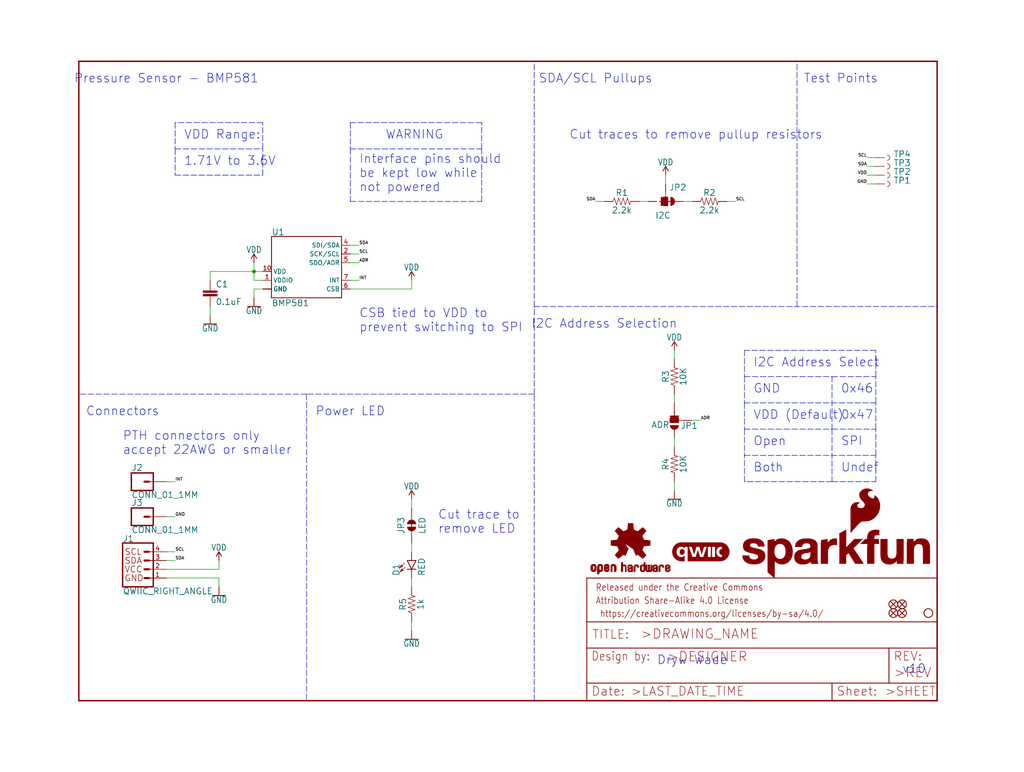
<source format=kicad_sch>
(kicad_sch (version 20211123) (generator eeschema)
  (paper "User" 297.002 223.926)
  (lib_symbols
    (symbol "schematicEagle-eagle-import:0.1UF-0402T-6.3V-10%-X7R"
      (property "Reference" "C" (at 1.524 2.921 0))
      (property "Value" "0.1UF-0402T-6.3V-10%-X7R" (at 1.524 -2.159 0))
      (symbol "0.1UF-0402T-6.3V-10%-X7R_1_0"
        (pin passive line (at 0 5.08 270) (length 2.54) (name "1") (number "1"))
        (pin passive line (at 0 -2.54 90) (length 2.54) (name "2") (number "2"))
      )
    )
    (symbol "schematicEagle-eagle-import:10KOHM-0402-1{slash}10W-0.1%"
      (property "Reference" "R" (at 0 1.524 0))
      (property "Value" "10KOHM-0402-1{slash}10W-0.1%" (at 0 -1.524 0))
      (symbol "10KOHM-0402-1{slash}10W-0.1%_1_0"
        (pin passive line (at -5.08 0 0) (length 2.54) (name "1") (number "1"))
        (pin passive line (at 5.08 0 180) (length 2.54) (name "2") (number "2"))
      )
    )
    (symbol "schematicEagle-eagle-import:1KOHM-0402T-1{slash}16W-1%"
      (property "Reference" "R" (at 0 1.524 0))
      (property "Value" "1KOHM-0402T-1{slash}16W-1%" (at 0 -1.524 0))
      (symbol "1KOHM-0402T-1{slash}16W-1%_1_0"
        (pin passive line (at -5.08 0 0) (length 2.54) (name "1") (number "1"))
        (pin passive line (at 5.08 0 180) (length 2.54) (name "2") (number "2"))
      )
    )
    (symbol "schematicEagle-eagle-import:2.2KOHM-0402T-1{slash}16W-1%"
      (property "Reference" "R" (at 0 1.524 0))
      (property "Value" "2.2KOHM-0402T-1{slash}16W-1%" (at 0 -1.524 0))
      (symbol "2.2KOHM-0402T-1{slash}16W-1%_1_0"
        (pin passive line (at -5.08 0 0) (length 2.54) (name "1") (number "1"))
        (pin passive line (at 5.08 0 180) (length 2.54) (name "2") (number "2"))
      )
    )
    (symbol "schematicEagle-eagle-import:BMP581"
      (property "Reference" "U" (at -10.16 10.414 0))
      (property "Value" "BMP581" (at -10.16 -10.16 0))
      (symbol "BMP581_1_0"
        (pin power_in line (at -12.7 -2.54 0) (length 2.54) (name "VDDIO") (number "1"))
        (pin power_in line (at -12.7 0 0) (length 2.54) (name "VDD") (number "10"))
        (pin bidirectional line (at 12.7 5.08 180) (length 2.54) (name "SCK/SCL") (number "2"))
        (pin power_in line (at -12.7 -5.08 0) (length 2.54) (name "GND") (number "3"))
        (pin bidirectional line (at 12.7 7.62 180) (length 2.54) (name "SDI/SDA") (number "4"))
        (pin bidirectional line (at 12.7 2.54 180) (length 2.54) (name "SDO/ADR") (number "5"))
        (pin input line (at 12.7 -5.08 180) (length 2.54) (name "CSB") (number "6"))
        (pin output line (at 12.7 -2.54 180) (length 2.54) (name "INT") (number "7"))
        (pin power_in line (at -12.7 -5.08 0) (length 2.54) (name "GND") (number "8"))
        (pin power_in line (at -12.7 -5.08 0) (length 2.54) (name "GND") (number "9"))
      )
    )
    (symbol "schematicEagle-eagle-import:CONN_01_1MM"
      (property "Reference" "J" (at -2.54 3.048 0))
      (property "Value" "CONN_01_1MM" (at -2.54 -4.826 0))
      (symbol "CONN_01_1MM_1_0"
        (pin passive line (at 7.62 0 180) (length 5.08) (name "1") (number "1"))
      )
    )
    (symbol "schematicEagle-eagle-import:FIDUCIALUFIDUCIAL")
    (symbol "schematicEagle-eagle-import:FRAME-LETTER"
      (symbol "FRAME-LETTER_2_0"
        (text " https://creativecommons.org/licenses/by-sa/4.0/" (at 2.54 24.13 0) (effects (font (size 1.9304 1.6408)) (justify left bottom)))
        (text ">DESIGNER" (at 23.114 11.176 0) (effects (font (size 2.7432 2.7432)) (justify left bottom)))
        (text ">DRAWING_NAME" (at 15.494 17.78 0) (effects (font (size 2.7432 2.7432)) (justify left bottom)))
        (text ">LAST_DATE_TIME" (at 12.7 1.27 0) (effects (font (size 2.54 2.54)) (justify left bottom)))
        (text ">REV" (at 88.9 6.604 0) (effects (font (size 2.7432 2.7432)) (justify left bottom)))
        (text ">SHEET" (at 86.36 1.27 0) (effects (font (size 2.54 2.54)) (justify left bottom)))
        (text "Attribution Share-Alike 4.0 License" (at 2.54 27.94 0) (effects (font (size 1.9304 1.6408)) (justify left bottom)))
        (text "Date:" (at 1.27 1.27 0) (effects (font (size 2.54 2.54)) (justify left bottom)))
        (text "Design by:" (at 1.27 11.43 0) (effects (font (size 2.54 2.159)) (justify left bottom)))
        (text "Released under the Creative Commons" (at 2.54 31.75 0) (effects (font (size 1.9304 1.6408)) (justify left bottom)))
        (text "REV:" (at 88.9 11.43 0) (effects (font (size 2.54 2.54)) (justify left bottom)))
        (text "Sheet:" (at 72.39 1.27 0) (effects (font (size 2.54 2.54)) (justify left bottom)))
        (text "TITLE:" (at 1.524 17.78 0) (effects (font (size 2.54 2.54)) (justify left bottom)))
      )
    )
    (symbol "schematicEagle-eagle-import:GND" (power)
      (property "Value" "GND" (at 0 -0.254 0))
      (symbol "GND_1_0"
        (pin power_in line (at 0 2.54 270) (length 2.54) (name "GND") (number "1"))
      )
    )
    (symbol "schematicEagle-eagle-import:JUMPER-SMT_2_NC_TRACE_SILK"
      (property "Reference" "JP" (at 0 3.048 0))
      (property "Value" "JUMPER-SMT_2_NC_TRACE_SILK" (at 0 -3.048 0))
      (symbol "JUMPER-SMT_2_NC_TRACE_SILK_1_0"
        (pin passive line (at -5.08 0 0) (length 2.54) (name "1") (number "1"))
        (pin passive line (at 5.08 0 180) (length 2.54) (name "2") (number "2"))
      )
    )
    (symbol "schematicEagle-eagle-import:JUMPER-SMT_3_1-NC_TRACE_SILK"
      (property "Reference" "JP" (at 5.842 1.524 0))
      (property "Value" "JUMPER-SMT_3_1-NC_TRACE_SILK" (at 6.604 -1.27 0))
      (symbol "JUMPER-SMT_3_1-NC_TRACE_SILK_1_0"
        (pin passive line (at 0 5.08 270) (length 2.54) (name "1") (number "1"))
        (pin passive line (at -5.08 0 0) (length 2.54) (name "2") (number "2"))
        (pin passive line (at 0 -5.08 90) (length 2.54) (name "3") (number "3"))
      )
    )
    (symbol "schematicEagle-eagle-import:JUMPER-SMT_3_2-NC_TRACE_SILK"
      (property "Reference" "JP" (at 6.096 1.524 0))
      (property "Value" "JUMPER-SMT_3_2-NC_TRACE_SILK" (at 6.858 -1.524 0))
      (symbol "JUMPER-SMT_3_2-NC_TRACE_SILK_1_0"
        (pin passive line (at 0 5.08 270) (length 2.54) (name "1") (number "1"))
        (pin passive line (at -5.08 0 0) (length 2.54) (name "2") (number "2"))
        (pin passive line (at 0 -5.08 90) (length 2.54) (name "3") (number "3"))
      )
    )
    (symbol "schematicEagle-eagle-import:LED-RED_0402"
      (property "Reference" "D" (at -3.429 -4.572 90))
      (property "Value" "LED-RED_0402" (at 1.905 -4.572 90))
      (symbol "LED-RED_0402_1_0"
        (pin passive line (at 0 2.54 270) (length 2.54) (name "A") (number "A"))
        (pin passive line (at 0 -5.08 90) (length 2.54) (name "C") (number "C"))
      )
    )
    (symbol "schematicEagle-eagle-import:OSHW-LOGOMINI")
    (symbol "schematicEagle-eagle-import:QWIIC_CONNECTORJS-1MM"
      (property "Reference" "J" (at -5.08 7.874 0))
      (property "Value" "QWIIC_CONNECTORJS-1MM" (at -5.08 -5.334 0))
      (symbol "QWIIC_CONNECTORJS-1MM_1_0"
        (text "GND" (at -4.572 -2.54 0) (effects (font (size 1.778 1.778)) (justify left)))
        (text "SCL" (at -4.572 5.08 0) (effects (font (size 1.778 1.778)) (justify left)))
        (text "SDA" (at -4.572 2.54 0) (effects (font (size 1.778 1.778)) (justify left)))
        (text "VCC" (at -4.572 0 0) (effects (font (size 1.778 1.778)) (justify left)))
        (pin power_in line (at 7.62 -2.54 180) (length 5.08) (name "1") (number "1"))
        (pin power_in line (at 7.62 0 180) (length 5.08) (name "2") (number "2"))
        (pin passive line (at 7.62 2.54 180) (length 5.08) (name "3") (number "3"))
        (pin passive line (at 7.62 5.08 180) (length 5.08) (name "4") (number "4"))
      )
    )
    (symbol "schematicEagle-eagle-import:QWIIC_LOGO_3MM")
    (symbol "schematicEagle-eagle-import:SFE_LOGO_FLAME.1_INCH")
    (symbol "schematicEagle-eagle-import:SFE_LOGO_NAMEBLANK")
    (symbol "schematicEagle-eagle-import:STAND-OFF")
    (symbol "schematicEagle-eagle-import:TEST-POINT3"
      (property "Reference" "TP" (at -2.54 2.54 0))
      (property "Value" "TEST-POINT3" (at -2.54 -2.54 0))
      (symbol "TEST-POINT3_1_0"
        (pin bidirectional line (at 0 0 180) (length 0) (name "1") (number "1"))
      )
    )
    (symbol "schematicEagle-eagle-import:VDD" (power)
      (property "Value" "VDD" (at 0 2.794 0))
      (symbol "VDD_1_0"
        (pin power_in line (at 0 0 90) (length 2.54) (name "VDD") (number "1"))
      )
    )
  )
  (junction (at 73.66 78.74))
  (wire (pts (xy 48.26 165.1) (xy 63.5 165.1)))
  (polyline (pts (xy 254 124.46) (xy 254 116.84)))
  (polyline (pts (xy 50.8 43.18) (xy 50.8 50.8)))
  (polyline (pts (xy 241.3 124.46) (xy 254 124.46)))
  (wire (pts (xy 101.6 83.82) (xy 119.38 83.82)))
  (wire (pts (xy 101.6 76.2) (xy 104.14 76.2)))
  (polyline (pts (xy 101.6 58.42) (xy 139.7 58.42)))
  (wire (pts (xy 187.96 58.42) (xy 185.42 58.42)))
  (wire (pts (xy 119.38 83.82) (xy 119.38 81.28)))
  (polyline (pts (xy 76.2 50.8) (xy 76.2 43.18)))
  (wire (pts (xy 73.66 81.28) (xy 73.66 78.74)))
  (polyline (pts (xy 154.94 114.3) (xy 88.9 114.3)))
  (wire (pts (xy 195.58 116.84) (xy 195.58 114.3)))
  (wire (pts (xy 60.96 91.44) (xy 60.96 88.9)))
  (polyline (pts (xy 254 116.84) (xy 254 109.22)))
  (polyline (pts (xy 139.7 43.18) (xy 139.7 35.56)))
  (wire (pts (xy 193.04 53.34) (xy 193.04 50.8)))
  (wire (pts (xy 76.2 81.28) (xy 73.66 81.28)))
  (wire (pts (xy 60.96 78.74) (xy 73.66 78.74)))
  (polyline (pts (xy 254 109.22) (xy 254 101.6)))
  (polyline (pts (xy 231.14 88.9) (xy 231.14 17.78)))
  (polyline (pts (xy 154.94 203.2) (xy 154.94 114.3)))
  (polyline (pts (xy 76.2 35.56) (xy 50.8 35.56)))
  (wire (pts (xy 119.38 167.64) (xy 119.38 170.18)))
  (wire (pts (xy 48.26 162.56) (xy 50.8 162.56)))
  (polyline (pts (xy 215.9 109.22) (xy 215.9 116.84)))
  (wire (pts (xy 60.96 81.28) (xy 60.96 78.74)))
  (wire (pts (xy 254 48.26) (xy 251.46 48.26)))
  (wire (pts (xy 254 45.72) (xy 251.46 45.72)))
  (polyline (pts (xy 50.8 50.8) (xy 76.2 50.8)))
  (polyline (pts (xy 154.94 114.3) (xy 154.94 88.9)))
  (wire (pts (xy 101.6 81.28) (xy 104.14 81.28)))
  (polyline (pts (xy 50.8 35.56) (xy 50.8 43.18)))
  (polyline (pts (xy 254 139.7) (xy 254 132.08)))
  (polyline (pts (xy 215.9 132.08) (xy 254 132.08)))
  (wire (pts (xy 210.82 58.42) (xy 213.36 58.42)))
  (polyline (pts (xy 254 132.08) (xy 254 124.46)))
  (wire (pts (xy 63.5 167.64) (xy 63.5 170.18)))
  (wire (pts (xy 63.5 165.1) (xy 63.5 162.56)))
  (polyline (pts (xy 241.3 139.7) (xy 215.9 139.7)))
  (wire (pts (xy 119.38 147.32) (xy 119.38 144.78)))
  (wire (pts (xy 101.6 73.66) (xy 104.14 73.66)))
  (polyline (pts (xy 215.9 124.46) (xy 241.3 124.46)))
  (wire (pts (xy 48.26 139.7) (xy 50.8 139.7)))
  (wire (pts (xy 73.66 83.82) (xy 73.66 86.36)))
  (wire (pts (xy 119.38 182.88) (xy 119.38 180.34)))
  (wire (pts (xy 195.58 127) (xy 195.58 129.54)))
  (wire (pts (xy 195.58 142.24) (xy 195.58 139.7)))
  (wire (pts (xy 76.2 83.82) (xy 73.66 83.82)))
  (polyline (pts (xy 139.7 58.42) (xy 139.7 43.18)))
  (polyline (pts (xy 101.6 43.18) (xy 139.7 43.18)))
  (polyline (pts (xy 215.9 101.6) (xy 215.9 109.22)))
  (wire (pts (xy 48.26 149.86) (xy 50.8 149.86)))
  (polyline (pts (xy 241.3 124.46) (xy 241.3 139.7)))
  (polyline (pts (xy 101.6 43.18) (xy 101.6 58.42)))
  (polyline (pts (xy 254 101.6) (xy 215.9 101.6)))
  (wire (pts (xy 119.38 157.48) (xy 119.38 160.02)))
  (wire (pts (xy 73.66 78.74) (xy 73.66 76.2)))
  (polyline (pts (xy 215.9 139.7) (xy 215.9 132.08)))
  (wire (pts (xy 200.66 58.42) (xy 198.12 58.42)))
  (wire (pts (xy 195.58 104.14) (xy 195.58 101.6)))
  (wire (pts (xy 254 53.34) (xy 251.46 53.34)))
  (wire (pts (xy 48.26 160.02) (xy 50.8 160.02)))
  (wire (pts (xy 172.72 58.42) (xy 175.26 58.42)))
  (polyline (pts (xy 154.94 88.9) (xy 271.78 88.9)))
  (polyline (pts (xy 215.9 124.46) (xy 215.9 132.08)))
  (polyline (pts (xy 215.9 109.22) (xy 241.3 109.22)))
  (polyline (pts (xy 88.9 114.3) (xy 22.86 114.3)))
  (polyline (pts (xy 101.6 35.56) (xy 101.6 43.18)))
  (wire (pts (xy 76.2 78.74) (xy 73.66 78.74)))
  (polyline (pts (xy 76.2 43.18) (xy 76.2 35.56)))
  (polyline (pts (xy 50.8 43.18) (xy 76.2 43.18)))
  (polyline (pts (xy 215.9 116.84) (xy 254 116.84)))
  (polyline (pts (xy 241.3 109.22) (xy 241.3 124.46)))
  (polyline (pts (xy 88.9 114.3) (xy 88.9 203.2)))
  (wire (pts (xy 200.66 121.92) (xy 203.2 121.92)))
  (polyline (pts (xy 241.3 109.22) (xy 254 109.22)))
  (wire (pts (xy 254 50.8) (xy 251.46 50.8)))
  (wire (pts (xy 48.26 167.64) (xy 63.5 167.64)))
  (polyline (pts (xy 241.3 139.7) (xy 254 139.7)))
  (polyline (pts (xy 139.7 35.56) (xy 101.6 35.56)))
  (polyline (pts (xy 154.94 88.9) (xy 154.94 17.78)))
  (wire (pts (xy 101.6 71.12) (xy 104.14 71.12)))
  (polyline (pts (xy 215.9 116.84) (xy 215.9 124.46)))
  (text "Cut traces to remove pullup resistors" (at 165.1 40.64 180) (effects (font (size 2.54 2.54)) (justify left bottom)))
  (text "Pressure Sensor - BMP581" (at 48.26 22.86 180) (effects (font (size 2.54 2.54))))
  (text "Open" (at 218.44 129.54 180) (effects (font (size 2.54 2.54)) (justify left bottom)))
  (text "VDD Range:" (at 53.34 40.64 180) (effects (font (size 2.54 2.54)) (justify left bottom)))
  (text "SPI" (at 243.84 129.54 180) (effects (font (size 2.54 2.54)) (justify left bottom)))
  (text "v10" (at 261.62 195.58 180) (effects (font (size 2.54 2.54)) (justify left bottom)))
  (text "0x47" (at 243.84 121.92 180) (effects (font (size 2.54 2.54)) (justify left bottom)))
  (text "Test Points" (at 243.84 22.86 180) (effects (font (size 2.54 2.54))))
  (text "Connectors" (at 35.56 119.38 180) (effects (font (size 2.54 2.54))))
  (text "SDA/SCL Pullups" (at 172.72 22.86 180) (effects (font (size 2.54 2.54))))
  (text "I2C Address Selection" (at 175.26 93.98 180) (effects (font (size 2.54 2.54))))
  (text "Dryw Wade" (at 190.5 193.04 180) (effects (font (size 2.54 2.54)) (justify left bottom)))
  (text "Power LED" (at 101.6 119.38 180) (effects (font (size 2.54 2.54))))
  (text "1.71V to 3.6V" (at 53.34 48.26 180) (effects (font (size 2.54 2.54)) (justify left bottom)))
  (text "I2C Address Select" (at 218.44 106.68 180) (effects (font (size 2.54 2.54)) (justify left bottom)))
  (text "GND" (at 218.44 114.3 180) (effects (font (size 2.54 2.54)) (justify left bottom)))
  (text "Interface pins should\nbe kept low while\nnot powered~{}" (at 104.14 55.88 0) (effects (font (size 2.54 2.54)) (justify left bottom)))
  (text "0x46" (at 243.84 114.3 180) (effects (font (size 2.54 2.54)) (justify left bottom)))
  (text "Cut trace to\nremove LED" (at 127 154.94 180) (effects (font (size 2.54 2.54)) (justify left bottom)))
  (text "CSB tied to VDD to\nprevent switching to SPI" (at 104.14 96.52 180) (effects (font (size 2.54 2.54)) (justify left bottom)))
  (text "Both" (at 218.44 137.16 180) (effects (font (size 2.54 2.54)) (justify left bottom)))
  (text "Undef" (at 243.84 137.16 180) (effects (font (size 2.54 2.54)) (justify left bottom)))
  (text "WARNING" (at 111.76 40.64 180) (effects (font (size 2.54 2.54)) (justify left bottom)))
  (text "VDD (Default)" (at 218.44 121.92 180) (effects (font (size 2.54 2.54)) (justify left bottom)))
  (text "PTH connectors only\naccept 22AWG or smaller" (at 35.56 132.08 180) (effects (font (size 2.54 2.54)) (justify left bottom)))
  (label "INT" (at 104.14 81.28 0) (effects (font (size 0.889 0.889))))
  (label "VDD" (at 251.46 50.8 180) (effects (font (size 0.889 0.889))))
  (label "SDA" (at 104.14 71.12 0) (effects (font (size 0.889 0.889))))
  (label "SDA" (at 50.8 162.56 0) (effects (font (size 0.889 0.889))))
  (label "GND" (at 251.46 53.34 180) (effects (font (size 0.889 0.889))))
  (label "SCL" (at 104.14 73.66 0) (effects (font (size 0.889 0.889))))
  (label "ADR" (at 104.14 76.2 0) (effects (font (size 0.889 0.889))))
  (label "SCL" (at 50.8 160.02 0) (effects (font (size 0.889 0.889))))
  (label "SDA" (at 251.46 48.26 180) (effects (font (size 0.889 0.889))))
  (label "ADR" (at 203.2 121.92 0) (effects (font (size 0.889 0.889))))
  (label "SCL" (at 213.36 58.42 0) (effects (font (size 0.889 0.889))))
  (label "SDA" (at 172.72 58.42 180) (effects (font (size 0.889 0.889))))
  (label "SCL" (at 251.46 45.72 180) (effects (font (size 0.889 0.889))))
  (label "GND" (at 50.8 149.86 0) (effects (font (size 0.889 0.889))))
  (label "INT" (at 50.8 139.7 0) (effects (font (size 0.889 0.889))))
  (symbol (lib_id "schematicEagle-eagle-import:CONN_01_1MM") (at 40.64 139.7 0) (unit 1)
    (property "Reference" "J2" (at 38.1 136.652 0) (effects (font (size 1.778 1.778)) (justify left bottom)))
    (property "Value" "CONN_01_1MM" (at 38.1 144.526 0) (effects (font (size 1.778 1.778)) (justify left bottom)))
    (property "Footprint" "schematicEagle:1X01_1MM_NO_SILK" (effects hide))
  )
  (symbol (lib_id "schematicEagle-eagle-import:JUMPER-SMT_3_2-NC_TRACE_SILK") (at 193.04 58.42 270) (unit 1)
    (property "Reference" "JP2" (at 196.596 54.356 90) (effects (font (size 1.778 1.778))))
    (property "Value" "I2C" (at 192.278 62.484 90) (effects (font (size 1.778 1.778))))
    (property "Footprint" "schematicEagle:SMT-JUMPER_3_2-NC_TRACE_SILK" (effects hide))
  )
  (symbol (lib_id "schematicEagle-eagle-import:FRAME-LETTER") (at 22.86 203.2 0) (unit 1)
    (property "Reference" "FRAME1" (effects hide))
    (property "Value" "FRAME-LETTER" (effects hide))
    (property "Footprint" "schematicEagle:CREATIVE_COMMONS" (effects hide))
  )
  (symbol (lib_id "schematicEagle-eagle-import:VDD") (at 193.04 50.8 0) (unit 1)
    (property "Reference" "#SUPPLY5" (effects hide))
    (property "Value" "VDD" (at 193.04 48.006 0) (effects (font (size 1.778 1.5113)) (justify bottom)))
    (property "Footprint" "schematicEagle:" (effects hide))
  )
  (symbol (lib_id "schematicEagle-eagle-import:QWIIC_LOGO_3MM") (at 203.2 160.02 0) (unit 1)
    (property "Reference" "LOGO3" (effects hide))
    (property "Value" "QWIIC_LOGO_3MM" (effects hide))
    (property "Footprint" "schematicEagle:QWIIC_3MM" (effects hide))
  )
  (symbol (lib_id "schematicEagle-eagle-import:GND") (at 73.66 88.9 0) (unit 1)
    (property "Reference" "#GND1" (effects hide))
    (property "Value" "GND" (at 73.66 89.154 0) (effects (font (size 1.778 1.5113)) (justify top)))
    (property "Footprint" "schematicEagle:" (effects hide))
  )
  (symbol (lib_id "schematicEagle-eagle-import:JUMPER-SMT_2_NC_TRACE_SILK") (at 119.38 152.4 90) (unit 1)
    (property "Reference" "JP3" (at 116.332 152.4 0) (effects (font (size 1.778 1.778))))
    (property "Value" "LED" (at 122.428 152.4 0) (effects (font (size 1.778 1.778))))
    (property "Footprint" "schematicEagle:SMT-JUMPER_2_NC_TRACE_SILK" (effects hide))
  )
  (symbol (lib_id "schematicEagle-eagle-import:OSHW-LOGOMINI") (at 182.88 157.48 0) (unit 1)
    (property "Reference" "LOGO1" (effects hide))
    (property "Value" "OSHW-LOGOMINI" (effects hide))
    (property "Footprint" "schematicEagle:OSHW-LOGO-MINI" (effects hide))
  )
  (symbol (lib_id "schematicEagle-eagle-import:QWIIC_CONNECTORJS-1MM") (at 40.64 165.1 0) (unit 1)
    (property "Reference" "J1" (at 35.56 157.226 0) (effects (font (size 1.778 1.778)) (justify left bottom)))
    (property "Value" "QWIIC_RIGHT_ANGLE" (at 35.56 170.434 0) (effects (font (size 1.778 1.778)) (justify left top)))
    (property "Footprint" "schematicEagle:JST04_1MM_RA" (effects hide))
  )
  (symbol (lib_id "schematicEagle-eagle-import:GND") (at 119.38 185.42 0) (unit 1)
    (property "Reference" "#GND7" (effects hide))
    (property "Value" "GND" (at 119.38 185.674 0) (effects (font (size 1.778 1.5113)) (justify top)))
    (property "Footprint" "schematicEagle:" (effects hide))
  )
  (symbol (lib_id "schematicEagle-eagle-import:GND") (at 195.58 144.78 0) (unit 1)
    (property "Reference" "#GND6" (effects hide))
    (property "Value" "GND" (at 195.58 145.034 0) (effects (font (size 1.778 1.5113)) (justify top)))
    (property "Footprint" "schematicEagle:" (effects hide))
  )
  (symbol (lib_id "schematicEagle-eagle-import:VDD") (at 73.66 76.2 0) (unit 1)
    (property "Reference" "#SUPPLY1" (effects hide))
    (property "Value" "VDD" (at 73.66 73.406 0) (effects (font (size 1.778 1.5113)) (justify bottom)))
    (property "Footprint" "schematicEagle:" (effects hide))
  )
  (symbol (lib_id "schematicEagle-eagle-import:TEST-POINT3") (at 254 53.34 0) (unit 1)
    (property "Reference" "TP1" (at 259.08 53.34 0) (effects (font (size 1.778 1.778)) (justify left bottom)))
    (property "Value" "TEST-POINT3" (effects hide))
    (property "Footprint" "schematicEagle:PAD.03X.03" (effects hide))
  )
  (symbol (lib_id "schematicEagle-eagle-import:1KOHM-0402T-1{slash}16W-1%") (at 119.38 175.26 90) (unit 1)
    (property "Reference" "R5" (at 117.856 175.26 0) (effects (font (size 1.778 1.778)) (justify bottom)))
    (property "Value" "1k" (at 120.904 175.26 0) (effects (font (size 1.778 1.778)) (justify top)))
    (property "Footprint" "schematicEagle:0402-TIGHT" (effects hide))
  )
  (symbol (lib_id "schematicEagle-eagle-import:FIDUCIALUFIDUCIAL") (at 259.08 175.26 0) (unit 1)
    (property "Reference" "FD3" (effects hide))
    (property "Value" "FIDUCIALUFIDUCIAL" (effects hide))
    (property "Footprint" "schematicEagle:FIDUCIAL-MICRO" (effects hide))
  )
  (symbol (lib_id "schematicEagle-eagle-import:VDD") (at 119.38 81.28 0) (unit 1)
    (property "Reference" "#SUPPLY3" (effects hide))
    (property "Value" "VDD" (at 119.38 78.486 0) (effects (font (size 1.778 1.5113)) (justify bottom)))
    (property "Footprint" "schematicEagle:" (effects hide))
  )
  (symbol (lib_id "schematicEagle-eagle-import:0.1UF-0402T-6.3V-10%-X7R") (at 60.96 86.36 0) (unit 1)
    (property "Reference" "C1" (at 62.484 83.439 0) (effects (font (size 1.778 1.778)) (justify left bottom)))
    (property "Value" "0.1uF" (at 62.484 88.519 0) (effects (font (size 1.778 1.778)) (justify left bottom)))
    (property "Footprint" "schematicEagle:0402-TIGHT" (effects hide))
  )
  (symbol (lib_id "schematicEagle-eagle-import:BMP581") (at 88.9 78.74 0) (unit 1)
    (property "Reference" "U1" (at 78.74 68.326 0) (effects (font (size 1.778 1.778)) (justify left bottom)))
    (property "Value" "BMP581" (at 78.74 88.9 0) (effects (font (size 1.778 1.778)) (justify left bottom)))
    (property "Footprint" "schematicEagle:BMP581" (effects hide))
  )
  (symbol (lib_id "schematicEagle-eagle-import:GND") (at 60.96 93.98 0) (unit 1)
    (property "Reference" "#GND4" (effects hide))
    (property "Value" "GND" (at 60.96 94.234 0) (effects (font (size 1.778 1.5113)) (justify top)))
    (property "Footprint" "schematicEagle:" (effects hide))
  )
  (symbol (lib_id "schematicEagle-eagle-import:10KOHM-0402-1{slash}10W-0.1%") (at 195.58 109.22 90) (unit 1)
    (property "Reference" "R3" (at 194.056 109.22 0) (effects (font (size 1.778 1.778)) (justify bottom)))
    (property "Value" "10K" (at 197.104 109.22 0) (effects (font (size 1.778 1.778)) (justify top)))
    (property "Footprint" "schematicEagle:0402-TIGHT" (effects hide))
  )
  (symbol (lib_id "schematicEagle-eagle-import:SFE_LOGO_FLAME.1_INCH") (at 246.38 154.94 0) (unit 1)
    (property "Reference" "LOGO2" (effects hide))
    (property "Value" "SFE_LOGO_FLAME.1_INCH" (effects hide))
    (property "Footprint" "schematicEagle:SFE_LOGO_FLAME_.1" (effects hide))
  )
  (symbol (lib_id "schematicEagle-eagle-import:VDD") (at 119.38 144.78 0) (unit 1)
    (property "Reference" "#SUPPLY4" (effects hide))
    (property "Value" "VDD" (at 119.38 141.986 0) (effects (font (size 1.778 1.5113)) (justify bottom)))
    (property "Footprint" "schematicEagle:" (effects hide))
  )
  (symbol (lib_id "schematicEagle-eagle-import:FIDUCIALUFIDUCIAL") (at 259.08 177.8 0) (unit 1)
    (property "Reference" "FD2" (effects hide))
    (property "Value" "FIDUCIALUFIDUCIAL" (effects hide))
    (property "Footprint" "schematicEagle:FIDUCIAL-MICRO" (effects hide))
  )
  (symbol (lib_id "schematicEagle-eagle-import:TEST-POINT3") (at 254 45.72 0) (unit 1)
    (property "Reference" "TP4" (at 259.08 45.72 0) (effects (font (size 1.778 1.778)) (justify left bottom)))
    (property "Value" "TEST-POINT3" (effects hide))
    (property "Footprint" "schematicEagle:PAD.03X.03" (effects hide))
  )
  (symbol (lib_id "schematicEagle-eagle-import:2.2KOHM-0402T-1{slash}16W-1%") (at 180.34 58.42 0) (unit 1)
    (property "Reference" "R1" (at 180.34 56.896 0) (effects (font (size 1.778 1.778)) (justify bottom)))
    (property "Value" "2.2k" (at 180.34 59.944 0) (effects (font (size 1.778 1.778)) (justify top)))
    (property "Footprint" "schematicEagle:0402-TIGHT" (effects hide))
  )
  (symbol (lib_id "schematicEagle-eagle-import:JUMPER-SMT_3_1-NC_TRACE_SILK") (at 195.58 121.92 180) (unit 1)
    (property "Reference" "JP1" (at 199.898 123.444 0) (effects (font (size 1.778 1.778))))
    (property "Value" "ADR" (at 191.516 123.19 0) (effects (font (size 1.778 1.778))))
    (property "Footprint" "schematicEagle:SMT-JUMPER_3_1-NC_TRACE_SILK" (effects hide))
  )
  (symbol (lib_id "schematicEagle-eagle-import:VDD") (at 63.5 162.56 0) (unit 1)
    (property "Reference" "#SUPPLY2" (effects hide))
    (property "Value" "VDD" (at 63.5 159.766 0) (effects (font (size 1.778 1.5113)) (justify bottom)))
    (property "Footprint" "schematicEagle:" (effects hide))
  )
  (symbol (lib_id "schematicEagle-eagle-import:VDD") (at 195.58 101.6 0) (unit 1)
    (property "Reference" "#SUPPLY7" (effects hide))
    (property "Value" "VDD" (at 195.58 98.806 0) (effects (font (size 1.778 1.5113)) (justify bottom)))
    (property "Footprint" "schematicEagle:" (effects hide))
  )
  (symbol (lib_id "schematicEagle-eagle-import:TEST-POINT3") (at 254 48.26 0) (unit 1)
    (property "Reference" "TP3" (at 259.08 48.26 0) (effects (font (size 1.778 1.778)) (justify left bottom)))
    (property "Value" "TEST-POINT3" (effects hide))
    (property "Footprint" "schematicEagle:PAD.03X.03" (effects hide))
  )
  (symbol (lib_id "schematicEagle-eagle-import:LED-RED_0402") (at 119.38 162.56 0) (unit 1)
    (property "Reference" "D1" (at 115.951 167.132 90) (effects (font (size 1.778 1.778)) (justify left bottom)))
    (property "Value" "RED" (at 121.285 167.132 90) (effects (font (size 1.778 1.778)) (justify left top)))
    (property "Footprint" "schematicEagle:LED-0402" (effects hide))
  )
  (symbol (lib_id "schematicEagle-eagle-import:CONN_01_1MM") (at 40.64 149.86 0) (unit 1)
    (property "Reference" "J3" (at 38.1 146.812 0) (effects (font (size 1.778 1.778)) (justify left bottom)))
    (property "Value" "CONN_01_1MM" (at 38.1 154.686 0) (effects (font (size 1.778 1.778)) (justify left bottom)))
    (property "Footprint" "schematicEagle:1X01_1MM_NO_SILK" (effects hide))
  )
  (symbol (lib_id "schematicEagle-eagle-import:FIDUCIALUFIDUCIAL") (at 261.62 175.26 0) (unit 1)
    (property "Reference" "FD4" (effects hide))
    (property "Value" "FIDUCIALUFIDUCIAL" (effects hide))
    (property "Footprint" "schematicEagle:FIDUCIAL-MICRO" (effects hide))
  )
  (symbol (lib_id "schematicEagle-eagle-import:10KOHM-0402-1{slash}10W-0.1%") (at 195.58 134.62 90) (unit 1)
    (property "Reference" "R4" (at 194.056 134.62 0) (effects (font (size 1.778 1.778)) (justify bottom)))
    (property "Value" "10K" (at 197.104 134.62 0) (effects (font (size 1.778 1.778)) (justify top)))
    (property "Footprint" "schematicEagle:0402-TIGHT" (effects hide))
  )
  (symbol (lib_id "schematicEagle-eagle-import:GND") (at 63.5 172.72 0) (unit 1)
    (property "Reference" "#GND2" (effects hide))
    (property "Value" "GND" (at 63.5 172.974 0) (effects (font (size 1.778 1.5113)) (justify top)))
    (property "Footprint" "schematicEagle:" (effects hide))
  )
  (symbol (lib_id "schematicEagle-eagle-import:STAND-OFF") (at 269.24 177.8 0) (unit 1)
    (property "Reference" "H1" (effects hide))
    (property "Value" "STAND-OFF" (effects hide))
    (property "Footprint" "schematicEagle:STAND-OFF" (effects hide))
  )
  (symbol (lib_id "schematicEagle-eagle-import:TEST-POINT3") (at 254 50.8 0) (unit 1)
    (property "Reference" "TP2" (at 259.08 50.8 0) (effects (font (size 1.778 1.778)) (justify left bottom)))
    (property "Value" "TEST-POINT3" (effects hide))
    (property "Footprint" "schematicEagle:PAD.03X.03" (effects hide))
  )
  (symbol (lib_id "schematicEagle-eagle-import:2.2KOHM-0402T-1{slash}16W-1%") (at 205.74 58.42 0) (unit 1)
    (property "Reference" "R2" (at 205.74 56.896 0) (effects (font (size 1.778 1.778)) (justify bottom)))
    (property "Value" "2.2k" (at 205.74 59.944 0) (effects (font (size 1.778 1.778)) (justify top)))
    (property "Footprint" "schematicEagle:0402-TIGHT" (effects hide))
  )
  (symbol (lib_id "schematicEagle-eagle-import:FIDUCIALUFIDUCIAL") (at 261.62 177.8 0) (unit 1)
    (property "Reference" "FD1" (effects hide))
    (property "Value" "FIDUCIALUFIDUCIAL" (effects hide))
    (property "Footprint" "schematicEagle:FIDUCIAL-MICRO" (effects hide))
  )
  (symbol (lib_id "schematicEagle-eagle-import:SFE_LOGO_NAMEBLANK") (at 213.36 167.64 0) (unit 1)
    (property "Reference" "LOGO4" (effects hide))
    (property "Value" "SFE_LOGO_NAMEBLANK" (effects hide))
    (property "Footprint" "schematicEagle:BLANK" (effects hide))
  )
  (symbol (lib_id "schematicEagle-eagle-import:FRAME-LETTER") (at 170.18 203.2 0) (unit 2)
    (property "Reference" "FRAME1" (effects hide))
    (property "Value" "FRAME-LETTER" (effects hide))
    (property "Footprint" "schematicEagle:CREATIVE_COMMONS" (effects hide))
  )
)
</source>
